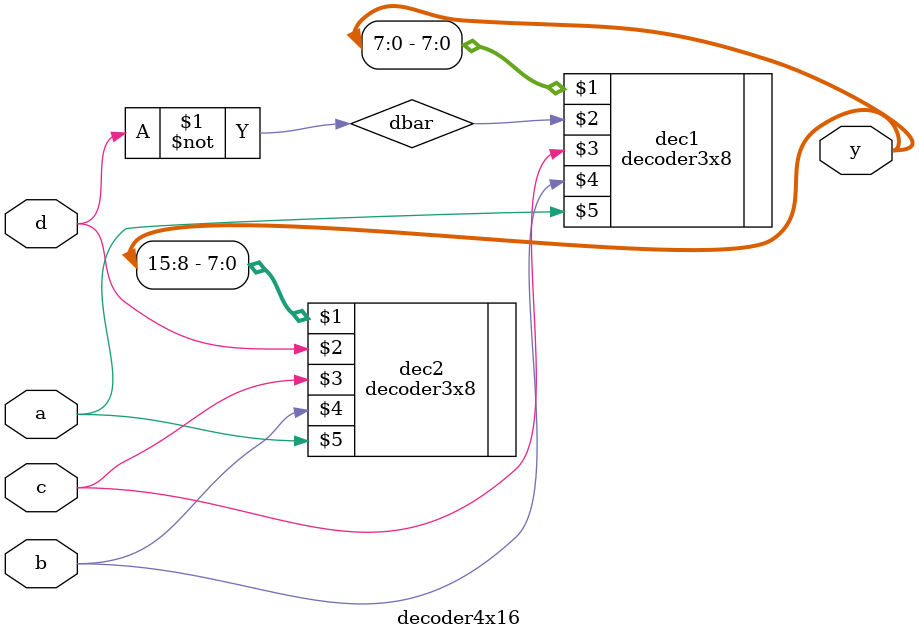
<source format=v>
`include "../decoder3x8/decoder3x8_1.v"
module decoder4x16(output [15:0] y, input d, c, b, a);
    wire dbar;
    assign dbar = ~d;
    decoder3x8  dec1(y[7:0], dbar, c, b, a),
                dec2(y[15:8],d, c, b ,a);
endmodule
</source>
